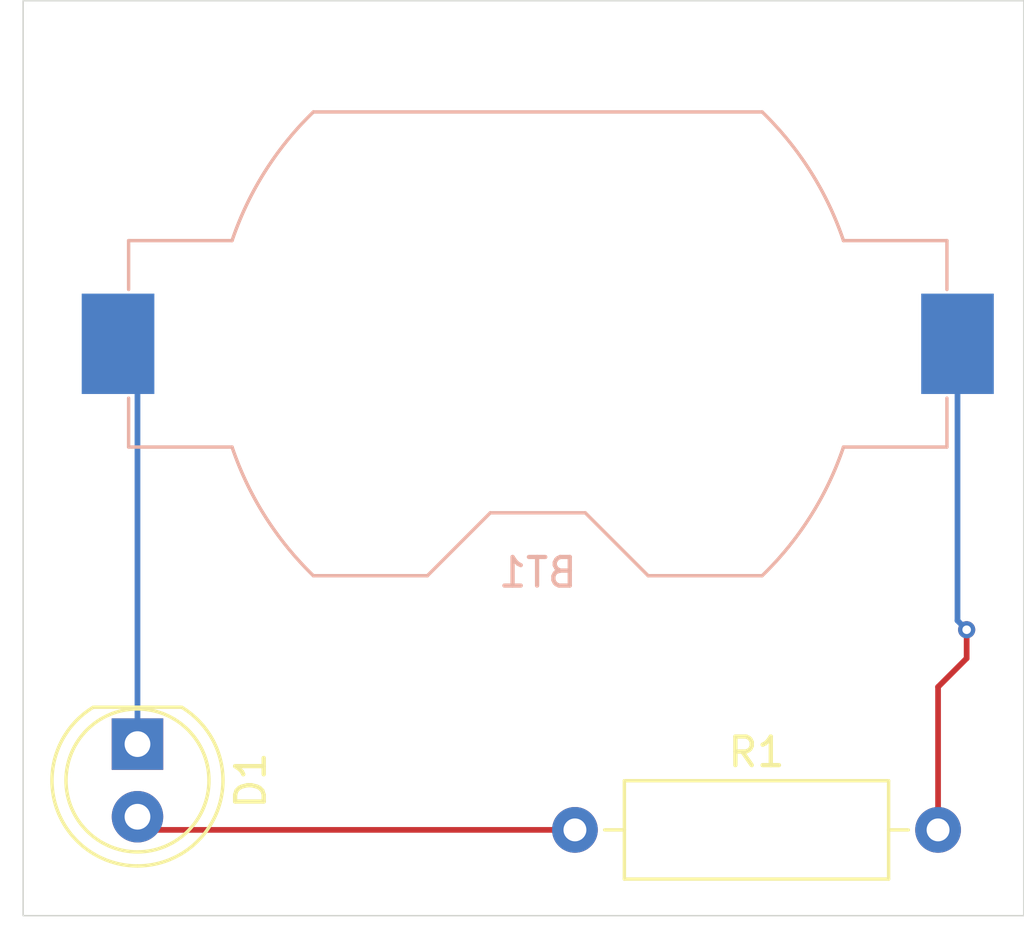
<source format=kicad_pcb>
(kicad_pcb (version 20240108) (generator "pcbnew") (generator_version "8.0")
  (title_block (title "Getting Started in KiCad 8.0") (date "2025-02-14"))
  (layers (0 "F.Cu" signal) (31 "B.Cu" signal) (34 "B.Paste" user) (35 "F.Paste" user) (36 "B.SilkS" user "B.Silkscreen") (37 "F.SilkS" user "F.Silkscreen") (38 "B.Mask" user) (39 "F.Mask" user) (44 "Edge.Cuts" user))
  (net 0 "")
  (net 1 "GND")
  (net 2 "VCC")
  (net 3 "/led")
  (footprint "LED_THT:LED_D5.0mm" (layer "F.Cu") (at 105 84 -90)
    (property "Reference" "D1" (at 1.27 -3.96 90) (layer "F.SilkS"))
    (property "Value" "red")
    (fp_line (start -1.29 -1.545) (end -1.29 1.545) (stroke (width 0.12)) (layer "F.SilkS"))
    (fp_arc (start 4.26 0.000048) (mid 2.071756 2.880501) (end -1.29 1.54483) (stroke (width 0.12)) (layer "F.SilkS"))
    (fp_arc (start -1.29 -1.54483) (mid 2.071756 -2.880501) (end 4.26 -0.000048) (stroke (width 0.12)) (layer "F.SilkS"))
    (fp_circle (center 1.27 0) (end 3.77 0) (stroke (width 0.12)) (fill none) (layer "F.SilkS"))
    (pad "1" thru_hole rect (at 0 0 270) (size 1.8 1.8) (drill 0.9) (layers "*.Cu" "*.Mask") (net 1 "GND"))
    (pad "2" thru_hole circle (at 2.54 0 270) (size 1.8 1.8) (drill 0.9) (layers "*.Cu" "*.Mask") (net 3 "/led"))
  )
  (footprint "Resistor_THT:R_Axial_DIN0309_L9.0mm_D3.2mm_P12.70mm_Horizontal" (layer "F.Cu") (at 120.3 87)
    (property "Reference" "R1" (at 6.35 -2.72 0) (layer "F.SilkS"))
    (property "Value" "1k")
    (fp_line (start 1.04 0) (end 1.73 0) (stroke (width 0.12)) (layer "F.SilkS"))
    (fp_line (start 1.73 -1.72) (end 1.73 1.72) (stroke (width 0.12)) (layer "F.SilkS"))
    (fp_line (start 1.73 1.72) (end 10.97 1.72) (stroke (width 0.12)) (layer "F.SilkS"))
    (fp_line (start 10.97 -1.72) (end 1.73 -1.72) (stroke (width 0.12)) (layer "F.SilkS"))
    (fp_line (start 10.97 1.72) (end 10.97 -1.72) (stroke (width 0.12)) (layer "F.SilkS"))
    (fp_line (start 11.66 0) (end 10.97 0) (stroke (width 0.12)) (layer "F.SilkS"))
    (pad "1" thru_hole circle (at 0 0) (size 1.6 1.6) (drill 0.8) (layers "*.Cu" "*.Mask") (net 3 "/led"))
    (pad "2" thru_hole oval (at 12.7 0) (size 1.6 1.6) (drill 0.8) (layers "*.Cu" "*.Mask") (net 2 "VCC"))
  )
  (footprint "Battery:BatteryHolder_Keystone_1058_1x2032" (layer "B.Cu") (at 119 70 180)
    (property "Reference" "BT1" (at 0 -8 0) (layer "B.SilkS") (effects (justify mirror)))
    (property "Value" "3V")
    (fp_line (start 14.31 3.61) (end 14.31 1.9) (stroke (width 0.12)) (layer "B.SilkS"))
    (fp_line (start 14.31 3.61) (end 10.692 3.61) (stroke (width 0.12)) (layer "B.SilkS"))
    (fp_line (start 14.31 -3.61) (end 14.31 -1.9) (stroke (width 0.12)) (layer "B.SilkS"))
    (fp_line (start 10.692 -3.61) (end 14.31 -3.61) (stroke (width 0.12)) (layer "B.SilkS"))
    (fp_line (start 7.8473 8.11) (end -7.8473 8.11) (stroke (width 0.12)) (layer "B.SilkS"))
    (fp_line (start 3.86 -8.11) (end 7.8473 -8.11) (stroke (width 0.12)) (layer "B.SilkS"))
    (fp_line (start 3.86 -8.11) (end 1.66 -5.91) (stroke (width 0.12)) (layer "B.SilkS"))
    (fp_line (start -1.66 -5.91) (end 1.66 -5.91) (stroke (width 0.12)) (layer "B.SilkS"))
    (fp_line (start -3.86 -8.11) (end -1.66 -5.91) (stroke (width 0.12)) (layer "B.SilkS"))
    (fp_line (start -7.8473 -8.11) (end -3.86 -8.11) (stroke (width 0.12)) (layer "B.SilkS"))
    (fp_line (start -10.692 3.61) (end -14.31 3.61) (stroke (width 0.12)) (layer "B.SilkS"))
    (fp_line (start -14.31 3.61) (end -14.31 1.9) (stroke (width 0.12)) (layer "B.SilkS"))
    (fp_line (start -14.31 -3.61) (end -10.692 -3.61) (stroke (width 0.12)) (layer "B.SilkS"))
    (fp_line (start -14.31 -3.61) (end -14.31 -1.9) (stroke (width 0.12)) (layer "B.SilkS"))
    (fp_arc (start 10.692 3.61) (mid 9.538084 6.031244) (end 7.845371 8.111789) (stroke (width 0.12)) (layer "B.SilkS"))
    (fp_arc (start 7.845371 -8.111789) (mid 9.538084 -6.031244) (end 10.692 -3.61) (stroke (width 0.12)) (layer "B.SilkS"))
    (fp_arc (start -7.845371 8.111789) (mid -9.538084 6.031244) (end -10.692 3.61) (stroke (width 0.12)) (layer "B.SilkS"))
    (fp_arc (start -10.692 -3.61) (mid -9.538085 -6.031245) (end -7.845371 -8.111789) (stroke (width 0.12)) (layer "B.SilkS"))
    (pad "1" smd rect (at -14.68 0 180) (size 2.54 3.51) (layers "B.Cu" "B.Paste" "B.Mask") (net 2 "VCC"))
    (pad "2" smd rect (at 14.68 0 180) (size 2.54 3.51) (layers "B.Cu" "B.Paste" "B.Mask") (net 1 "GND"))
  )
  (gr_rect (start 101 58) (end 136 90) (stroke (width 0.05)) (fill none) (layer "Edge.Cuts"))
  (segment (start 105 71) (end 105 84) (width 0.2) (layer "B.Cu") (net 1))
  (segment (start 104.32 70) (end 104 70) (width 0.2) (layer "B.Cu") (net 1))
  (segment (start 104 70) (end 105 71) (width 0.2) (layer "B.Cu") (net 1))
  (segment (start 134 81) (end 133 82) (width 0.2) (layer "F.Cu") (net 2))
  (segment (start 133 82) (end 133 87) (width 0.2) (layer "F.Cu") (net 2))
  (segment (start 134 80) (end 134 81) (width 0.2) (layer "F.Cu") (net 2))
  (via (at 134 80) (size 0.6) (drill 0.3) (layers "F.Cu" "B.Cu") (net 2))
  (segment (start 133.68 70) (end 133.68 79.68) (width 0.2) (layer "B.Cu") (net 2))
  (segment (start 133.68 79.68) (end 134 80) (width 0.2) (layer "B.Cu") (net 2))
  (segment (start 120.3 87) (end 105.46 87) (width 0.2) (layer "F.Cu") (net 3))
  (segment (start 105.46 87) (end 105 86.54) (width 0.2) (layer "F.Cu") (net 3))
)
</source>
